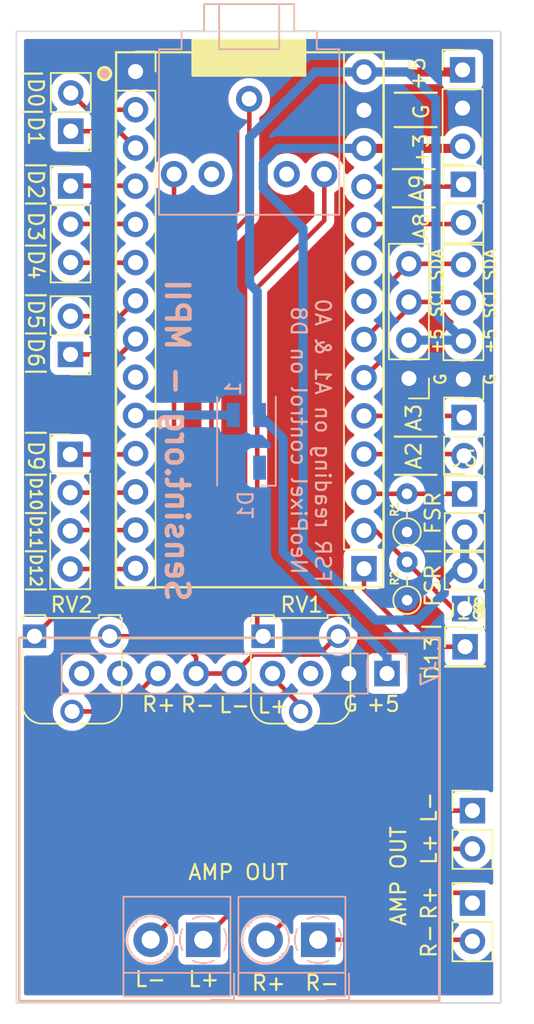
<source format=kicad_pcb>
(kicad_pcb (version 20211014) (generator pcbnew)
  (layers (0 "F.Cu" signal) (31 "B.Cu" signal) (34 "B.Paste" user) (35 "F.Paste" user) (36 "B.SilkS" user "B.Silkscreen") (37 "F.SilkS" user "F.Silkscreen") (38 "B.Mask" user) (39 "F.Mask" user) (44 "Edge.Cuts" user))
  (net 0 "")
  (net 1 "- L_Out")
  (net 2 "+ L_Out")
  (net 3 "+ R_Out")
  (net 4 "- R_Out")
  (net 5 "GND")
  (net 6 "INT")
  (net 7 "ADR")
  (net 8 "RST")
  (net 9 "D5")
  (net 11 "D9")
  (net 12 "+5V")
  (net 13 "+3V3")
  (net 14 "A1")
  (net 15 "A0")
  (net 16 "SDWN")
  (net 17 "L_in")
  (net 18 "GNDA")
  (net 19 "R_in")
  (net 20 "G'")
  (net 21 "G")
  (net 22 "Net-(J16-PadR)")
  (net 23 "Net-(J16-PadT)")
  (net 27 "D8")
  (net 28 "D0")
  (net 29 "D1")
  (net 30 "D6")
  (net 31 "D10")
  (net 32 "D11")
  (net 33 "D12")
  (net 34 "D13")
  (net 35 "A2")
  (net 36 "A3")
  (net 37 "SCL")
  (net 38 "SDA")
  (net 39 "A8")
  (net 40 "A9")
  (footprint "Resistor_THT:R_Axial_DIN0204_L3.6mm_D1.6mm_P2.54mm_Vertical" (layer "F.Cu") (at 181.92 71.62 90)
    (fp_text reference "R1" (at 1.516 -0.818 90) (layer "F.SilkS") (effects (font (size 0.5 0.5) (thickness 0.125))))
    (fp_text value "R")
    (fp_line (start 0.92 0) (end 1.54 0) (layer "F.SilkS") (width 0.12))
    (fp_circle (center 0 0) (end 0.92 0) (layer "F.SilkS") (width 0.12) (fill none))
    (pad "1" thru_hole circle (at 0 0 90) (size 1.4 1.4) (drill 0.7) (layers *.Cu *.Mask) (net 5 "GND"))
    (pad "2" thru_hole oval (at 2.54 0 90) (size 1.4 1.4) (drill 0.7) (layers *.Cu *.Mask) (net 14 "A1"))
  )
  (footprint "Connector_PinHeader_2.54mm:PinHeader_1x02_P2.54mm_Vertical" (layer "F.Cu") (at 186.278 90.141)
    (fp_text reference "J1" hide)
    (fp_text value "L_Out")
    (fp_line (start 1.33 1.27) (end 1.33 3.87) (layer "F.SilkS") (width 0.12))
    (fp_line (start -1.33 1.27) (end -1.33 3.87) (layer "F.SilkS") (width 0.12))
    (fp_line (start -1.33 0) (end -1.33 -1.33) (layer "F.SilkS") (width 0.12))
    (fp_line (start -1.33 -1.33) (end 0 -1.33) (layer "F.SilkS") (width 0.12))
    (fp_line (start -1.33 1.27) (end 1.33 1.27) (layer "F.SilkS") (width 0.12))
    (fp_line (start -1.33 3.87) (end 1.33 3.87) (layer "F.SilkS") (width 0.12))
    (pad "1" thru_hole rect (at 0 0) (size 1.7 1.7) (drill 1) (layers *.Cu *.Mask) (net 1 "- L_Out"))
    (pad "2" thru_hole oval (at 0 2.54) (size 1.7 1.7) (drill 1) (layers *.Cu *.Mask) (net 2 "+ L_Out"))
  )
  (footprint "Connector_PinHeader_2.54mm:PinHeader_1x02_P2.54mm_Vertical" (layer "F.Cu") (at 159.55 44.975 180)
    (fp_text reference "J13" hide)
    (fp_text value "Conn_01x02")
    (fp_line (start -1.33 1.27) (end -1.33 3.87) (layer "F.SilkS") (width 0.12))
    (fp_line (start 1.33 1.27) (end 1.33 3.87) (layer "F.SilkS") (width 0.12))
    (fp_line (start -1.33 0) (end -1.33 -1.33) (layer "F.SilkS") (width 0.12))
    (fp_line (start -1.33 3.87) (end 1.33 3.87) (layer "F.SilkS") (width 0.12))
    (fp_line (start -1.33 1.27) (end 1.33 1.27) (layer "F.SilkS") (width 0.12))
    (fp_line (start -1.33 -1.33) (end 0 -1.33) (layer "F.SilkS") (width 0.12))
    (pad "1" thru_hole rect (at 0 0 180) (size 1.7 1.7) (drill 1) (layers *.Cu *.Mask) (net 29 "D1"))
    (pad "2" thru_hole oval (at 0 2.54 180) (size 1.7 1.7) (drill 1) (layers *.Cu *.Mask) (net 28 "D0"))
  )
  (footprint "Connector_PinHeader_2.54mm:PinHeader_1x02_P2.54mm_Vertical" (layer "F.Cu") (at 185.674 48.514)
    (fp_text reference "J12" hide)
    (fp_text value "Conn_01x02")
    (fp_line (start -1.33 3.87) (end 1.33 3.87) (layer "F.SilkS") (width 0.12))
    (fp_line (start -1.33 -1.33) (end 0 -1.33) (layer "F.SilkS") (width 0.12))
    (fp_line (start 1.33 1.27) (end 1.33 3.87) (layer "F.SilkS") (width 0.12))
    (fp_line (start -1.33 0) (end -1.33 -1.33) (layer "F.SilkS") (width 0.12))
    (fp_line (start -1.33 1.27) (end 1.33 1.27) (layer "F.SilkS") (width 0.12))
    (fp_line (start -1.33 1.27) (end -1.33 3.87) (layer "F.SilkS") (width 0.12))
    (pad "1" thru_hole rect (at 0 0) (size 1.7 1.7) (drill 1) (layers *.Cu *.Mask) (net 40 "A9"))
    (pad "2" thru_hole oval (at 0 2.54) (size 1.7 1.7) (drill 1) (layers *.Cu *.Mask) (net 39 "A8"))
  )
  (footprint "Connector_PinHeader_2.54mm:PinHeader_1x04_P2.54mm_Vertical" (layer "F.Cu") (at 185.674 61.468 180)
    (fp_text reference "J14" hide)
    (fp_text value "I2C")
    (fp_line (start -1.33 1.27) (end 1.33 1.27) (layer "F.SilkS") (width 0.12))
    (fp_line (start 1.33 1.27) (end 1.33 8.95) (layer "F.SilkS") (width 0.12))
    (fp_line (start -1.33 0) (end -1.33 -1.33) (layer "F.SilkS") (width 0.12))
    (fp_line (start -1.33 1.27) (end -1.33 8.95) (layer "F.SilkS") (width 0.12))
    (fp_line (start -1.33 8.95) (end 1.33 8.95) (layer "F.SilkS") (width 0.12))
    (fp_line (start -1.33 -1.33) (end 0 -1.33) (layer "F.SilkS") (width 0.12))
    (pad "1" thru_hole rect (at 0 0 180) (size 1.7 1.7) (drill 1) (layers *.Cu *.Mask) (net 5 "GND"))
    (pad "2" thru_hole oval (at 0 2.54 180) (size 1.7 1.7) (drill 1) (layers *.Cu *.Mask) (net 12 "+5V"))
    (pad "3" thru_hole oval (at 0 5.08 180) (size 1.7 1.7) (drill 1) (layers *.Cu *.Mask) (net 37 "SCL"))
    (pad "4" thru_hole oval (at 0 7.62 180) (size 1.7 1.7) (drill 1) (layers *.Cu *.Mask) (net 38 "SDA"))
  )
  (footprint "Connector_PinHeader_2.54mm:PinHeader_1x04_P2.54mm_Vertical" (layer "F.Cu") (at 182.05 61.41 180)
    (fp_text reference "J15" hide)
    (fp_text value "I2C")
    (fp_line (start 1.33 1.27) (end 1.33 8.95) (layer "F.SilkS") (width 0.12))
    (fp_line (start -1.33 -1.33) (end 0 -1.33) (layer "F.SilkS") (width 0.12))
    (fp_line (start -1.33 0) (end -1.33 -1.33) (layer "F.SilkS") (width 0.12))
    (fp_line (start -1.33 8.95) (end 1.33 8.95) (layer "F.SilkS") (width 0.12))
    (fp_line (start -1.33 1.27) (end -1.33 8.95) (layer "F.SilkS") (width 0.12))
    (fp_line (start -1.33 1.27) (end 1.33 1.27) (layer "F.SilkS") (width 0.12))
    (pad "1" thru_hole rect (at 0 0 180) (size 1.7 1.7) (drill 1) (layers *.Cu *.Mask) (net 5 "GND"))
    (pad "2" thru_hole oval (at 0 2.54 180) (size 1.7 1.7) (drill 1) (layers *.Cu *.Mask) (net 12 "+5V"))
    (pad "3" thru_hole oval (at 0 5.08 180) (size 1.7 1.7) (drill 1) (layers *.Cu *.Mask) (net 37 "SCL"))
    (pad "4" thru_hole oval (at 0 7.62 180) (size 1.7 1.7) (drill 1) (layers *.Cu *.Mask) (net 38 "SDA"))
  )
  (footprint "Connector_PinHeader_2.54mm:PinHeader_1x03_P2.54mm_Vertical" (layer "F.Cu") (at 185.62 40.9)
    (fp_text reference "J10" hide)
    (fp_text value "Conn_01x03")
    (fp_line (start -1.33 0) (end -1.33 -1.33) (layer "F.SilkS") (width 0.12))
    (fp_line (start -1.33 1.27) (end -1.33 6.41) (layer "F.SilkS") (width 0.12))
    (fp_line (start -1.33 6.41) (end 1.33 6.41) (layer "F.SilkS") (width 0.12))
    (fp_line (start -1.33 1.27) (end 1.33 1.27) (layer "F.SilkS") (width 0.12))
    (fp_line (start 1.33 1.27) (end 1.33 6.41) (layer "F.SilkS") (width 0.12))
    (fp_line (start -1.33 -1.33) (end 0 -1.33) (layer "F.SilkS") (width 0.12))
    (pad "1" thru_hole rect (at 0 0) (size 1.7 1.7) (drill 1) (layers *.Cu *.Mask) (net 12 "+5V"))
    (pad "2" thru_hole oval (at 0 2.54) (size 1.7 1.7) (drill 1) (layers *.Cu *.Mask) (net 5 "GND"))
    (pad "3" thru_hole oval (at 0 5.08) (size 1.7 1.7) (drill 1) (layers *.Cu *.Mask) (net 13 "+3V3"))
  )
  (footprint "Connector_PinHeader_2.54mm:PinHeader_1x02_P2.54mm_Vertical" (layer "F.Cu") (at 159.53 59.815 180)
    (fp_text reference "J19" hide)
    (fp_text value "Conn_01x02")
    (fp_line (start -1.33 0) (end -1.33 -1.33) (layer "F.SilkS") (width 0.12))
    (fp_line (start -1.33 -1.33) (end 0 -1.33) (layer "F.SilkS") (width 0.12))
    (fp_line (start 1.33 1.27) (end 1.33 3.87) (layer "F.SilkS") (width 0.12))
    (fp_line (start -1.33 3.87) (end 1.33 3.87) (layer "F.SilkS") (width 0.12))
    (fp_line (start -1.33 1.27) (end 1.33 1.27) (layer "F.SilkS") (width 0.12))
    (fp_line (start -1.33 1.27) (end -1.33 3.87) (layer "F.SilkS") (width 0.12))
    (pad "1" thru_hole rect (at 0 0 180) (size 1.7 1.7) (drill 1) (layers *.Cu *.Mask) (net 30 "D6"))
    (pad "2" thru_hole oval (at 0 2.54 180) (size 1.7 1.7) (drill 1) (layers *.Cu *.Mask) (net 9 "D5"))
  )
  (footprint "Connector_PinHeader_2.54mm:PinHeader_1x02_P2.54mm_Vertical" (layer "F.Cu") (at 185.76 69.088)
    (fp_text reference "J6" (at 0 -2.33) (layer "F.SilkS"))
    (fp_text value "Sens_In_1")
    (fp_line (start -1.33 1.27) (end -1.33 3.87) (layer "F.SilkS") (width 0.12))
    (fp_line (start -1.33 1.27) (end 1.33 1.27) (layer "F.SilkS") (width 0.12))
    (fp_line (start -1.33 3.87) (end 1.33 3.87) (layer "F.SilkS") (width 0.12))
    (fp_line (start -1.33 0) (end -1.33 -1.33) (layer "F.SilkS") (width 0.12))
    (fp_line (start -1.33 -1.33) (end 0 -1.33) (layer "F.SilkS") (width 0.12))
    (fp_line (start 1.33 1.27) (end 1.33 3.87) (layer "F.SilkS") (width 0.12))
    (pad "1" thru_hole rect (at 0 0) (size 1.7 1.7) (drill 1) (layers *.Cu *.Mask) (net 14 "A1"))
    (pad "2" thru_hole oval (at 0 2.54) (size 1.7 1.7) (drill 1) (layers *.Cu *.Mask) (net 13 "+3V3"))
  )
  (footprint "Connector_PinHeader_2.54mm:PinHeader_1x02_P2.54mm_Vertical" (layer "F.Cu") (at 185.76 76.708 180)
    (fp_text reference "J9" (at -0.604 0.194) (layer "F.SilkS"))
    (fp_text value "Sens_In_2")
    (fp_line (start -1.33 1.27) (end 1.33 1.27) (layer "F.SilkS") (width 0.12))
    (fp_line (start -1.33 3.87) (end 1.33 3.87) (layer "F.SilkS") (width 0.12))
    (fp_line (start -1.33 0) (end -1.33 -1.33) (layer "F.SilkS") (width 0.12))
    (fp_line (start -1.33 -1.33) (end 0 -1.33) (layer "F.SilkS") (width 0.12))
    (fp_line (start -1.33 1.27) (end -1.33 3.87) (layer "F.SilkS") (width 0.12))
    (fp_line (start 1.33 1.27) (end 1.33 3.87) (layer "F.SilkS") (width 0.12))
    (pad "1" thru_hole rect (at 0 0 180) (size 1.7 1.7) (drill 1) (layers *.Cu *.Mask) (net 15 "A0"))
    (pad "2" thru_hole oval (at 0 2.54 180) (size 1.7 1.7) (drill 1) (layers *.Cu *.Mask) (net 13 "+3V3"))
  )
  (footprint "Connector_PinHeader_2.54mm:PinHeader_1x03_P2.54mm_Vertical" (layer "F.Cu") (at 159.54 48.62)
    (fp_text reference "J11" hide)
    (fp_text value "IMU_Ctrl")
    (fp_line (start -1.33 1.27) (end -1.33 6.41) (layer "F.SilkS") (width 0.12))
    (fp_line (start -1.33 6.41) (end 1.33 6.41) (layer "F.SilkS") (width 0.12))
    (fp_line (start 1.33 1.27) (end 1.33 6.41) (layer "F.SilkS") (width 0.12))
    (fp_line (start -1.33 0) (end -1.33 -1.33) (layer "F.SilkS") (width 0.12))
    (fp_line (start -1.33 1.27) (end 1.33 1.27) (layer "F.SilkS") (width 0.12))
    (fp_line (start -1.33 -1.33) (end 0 -1.33) (layer "F.SilkS") (width 0.12))
    (pad "1" thru_hole rect (at 0 0) (size 1.7 1.7) (drill 1) (layers *.Cu *.Mask) (net 6 "INT"))
    (pad "2" thru_hole oval (at 0 2.54) (size 1.7 1.7) (drill 1) (layers *.Cu *.Mask) (net 7 "ADR"))
    (pad "3" thru_hole oval (at 0 5.08) (size 1.7 1.7) (drill 1) (layers *.Cu *.Mask) (net 8 "RST"))
  )
  (footprint "Potentiometer_THT:Potentiometer_Runtron_RM-065_Vertical" (layer "F.Cu") (at 172.348 78.546)
    (fp_text reference "RV1" (at 2.5575 -2.09) (layer "F.SilkS"))
    (fp_text value "Gain-L")
    (fp_line (start 4.29 -1.41) (end 5.71 -1.41) (layer "F.SilkS") (width 0.12))
    (fp_line (start 1.99 5.81) (end 0.5 5.81) (layer "F.SilkS") (width 0.12))
    (fp_line (start -0.81 4.5) (end -0.81 0.96) (layer "F.SilkS") (width 0.12))
    (fp_line (start 5.71 -1.41) (end 5.71 -1.21) (layer "F.SilkS") (width 0.12))
    (fp_line (start -0.81 -1.21) (end -0.81 -0.96) (layer "F.SilkS") (width 0.12))
    (fp_line (start 5.81 0.52) (end 5.81 4.5) (layer "F.SilkS") (width 0.12))
    (fp_line (start 0.71 -1.21) (end 0.71 -1.41) (layer "F.SilkS") (width 0.12))
    (fp_line (start -0.71 -1.41) (end -0.71 -1.21) (layer "F.SilkS") (width 0.12))
    (fp_line (start 4.29 -1.21) (end 4.29 -1.41) (layer "F.SilkS") (width 0.12))
    (fp_line (start 4.5 5.81) (end 3.01 5.81) (layer "F.SilkS") (width 0.12))
    (fp_line (start -0.71 -1.41) (end 0.71 -1.41) (layer "F.SilkS") (width 0.12))
    (fp_line (start -0.71 -1.21) (end -0.81 -1.21) (layer "F.SilkS") (width 0.12))
    (fp_line (start 5.71 -1.21) (end 5.81 -1.21) (layer "F.SilkS") (width 0.12))
    (fp_line (start 5.81 -1.21) (end 5.81 -0.52) (layer "F.SilkS") (width 0.12))
    (fp_line (start 0.71 -1.21) (end 4.29 -1.21) (layer "F.SilkS") (width 0.12))
    (fp_arc (start 0.5 5.81) (mid -0.42631 5.42631) (end -0.81 4.5) (layer "F.SilkS") (width 0.12))
    (fp_arc (start 5.81 4.5) (mid 5.42631 5.42631) (end 4.5 5.81) (layer "F.SilkS") (width 0.12))
    (pad "1" thru_hole rect (at 0 0) (size 1.56 1.56) (drill 1) (layers *.Cu *.Mask) (net 23 "Net-(J16-PadT)"))
    (pad "2" thru_hole circle (at 2.5 5) (size 1.56 1.56) (drill 1) (layers *.Cu *.Mask) (net 17 "L_in"))
    (pad "3" thru_hole circle (at 5 0) (size 1.56 1.56) (drill 1) (layers *.Cu *.Mask) (net 18 "GNDA"))
  )
  (footprint "Connector_PinHeader_2.54mm:PinHeader_1x04_P2.54mm_Vertical" (layer "F.Cu") (at 159.512 66.46)
    (fp_text reference "J20" hide)
    (fp_text value "Conn_01x04")
    (fp_line (start -1.33 0) (end -1.33 -1.33) (layer "F.SilkS") (width 0.12))
    (fp_line (start -1.33 -1.33) (end 0 -1.33) (layer "F.SilkS") (width 0.12))
    (fp_line (start 1.33 1.27) (end 1.33 8.95) (layer "F.SilkS") (width 0.12))
    (fp_line (start -1.33 1.27) (end 1.33 1.27) (layer "F.SilkS") (width 0.12))
    (fp_line (start -1.33 8.95) (end 1.33 8.95) (layer "F.SilkS") (width 0.12))
    (fp_line (start -1.33 1.27) (end -1.33 8.95) (layer "F.SilkS") (width 0.12))
    (pad "1" thru_hole rect (at 0 0) (size 1.7 1.7) (drill 1) (layers *.Cu *.Mask) (net 11 "D9"))
    (pad "2" thru_hole oval (at 0 2.54) (size 1.7 1.7) (drill 1) (layers *.Cu *.Mask) (net 31 "D10"))
    (pad "3" thru_hole oval (at 0 5.08) (size 1.7 1.7) (drill 1) (layers *.Cu *.Mask) (net 32 "D11"))
    (pad "4" thru_hole oval (at 0 7.62) (size 1.7 1.7) (drill 1) (layers *.Cu *.Mask) (net 33 "D12"))
  )
  (footprint "Resistor_THT:R_Axial_DIN0204_L3.6mm_D1.6mm_P2.54mm_Vertical" (layer "F.Cu") (at 181.93 76.15 90)
    (fp_text reference "R2" (at 1.474 -0.828 90) (layer "F.SilkS") (effects (font (size 0.5 0.5) (thickness 0.125))))
    (fp_text value "R")
    (fp_line (start 0.92 0) (end 1.54 0) (layer "F.SilkS") (width 0.12))
    (fp_circle (center 0 0) (end 0.92 0) (layer "F.SilkS") (width 0.12) (fill none))
    (pad "1" thru_hole circle (at 0 0 90) (size 1.4 1.4) (drill 0.7) (layers *.Cu *.Mask) (net 5 "GND"))
    (pad "2" thru_hole oval (at 2.54 0 90) (size 1.4 1.4) (drill 0.7) (layers *.Cu *.Mask) (net 15 "A0"))
  )
  (footprint "Connector_PinHeader_2.54mm:PinHeader_1x02_P2.54mm_Vertical" (layer "F.Cu") (at 186.278 96.282)
    (fp_text reference "J2" hide)
    (fp_text value "R_Out")
    (fp_line (start -1.33 1.27) (end -1.33 3.87) (layer "F.SilkS") (width 0.12))
    (fp_line (start -1.33 1.27) (end 1.33 1.27) (layer "F.SilkS") (width 0.12))
    (fp_line (start -1.33 -1.33) (end 0 -1.33) (layer "F.SilkS") (width 0.12))
    (fp_line (start -1.33 3.87) (end 1.33 3.87) (layer "F.SilkS") (width 0.12))
    (fp_line (start -1.33 0) (end -1.33 -1.33) (layer "F.SilkS") (width 0.12))
    (fp_line (start 1.33 1.27) (end 1.33 3.87) (layer "F.SilkS") (width 0.12))
    (pad "1" thru_hole rect (at 0 0) (size 1.7 1.7) (drill 1) (layers *.Cu *.Mask) (net 3 "+ R_Out"))
    (pad "2" thru_hole oval (at 0 2.54) (size 1.7 1.7) (drill 1) (layers *.Cu *.Mask) (net 4 "- R_Out"))
  )
  (footprint "Connector_PinSocket_2.54mm:PinSocket_1x14_P2.54mm_Vertical" (layer "F.Cu") (at 179.06 74.06 180)
    (fp_text reference "J4" hide)
    (fp_text value "Conn_01x14")
    (fp_line (start 0 -1.33) (end 1.33 -1.33) (layer "F.SilkS") (width 0.12))
    (fp_line (start -1.33 1.27) (end 1.33 1.27) (layer "F.SilkS") (width 0.12))
    (fp_line (start -1.33 1.27) (end -1.33 34.35) (layer "F.SilkS") (width 0.12))
    (fp_line (start -1.33 34.35) (end 1.33 34.35) (layer "F.SilkS") (width 0.12))
    (fp_line (start 1.33 -1.33) (end 1.33 0) (layer "F.SilkS") (width 0.12))
    (fp_line (start 1.33 1.27) (end 1.33 34.35) (layer "F.SilkS") (width 0.12))
    (pad "1" thru_hole rect (at 0 0 180) (size 1.7 1.7) (drill 1) (layers *.Cu *.Mask) (net 34 "D13"))
    (pad "2" thru_hole oval (at 0 2.54 180) (size 1.7 1.7) (drill 1) (layers *.Cu *.Mask) (net 15 "A0"))
    (pad "3" thru_hole oval (at 0 5.08 180) (size 1.7 1.7) (drill 1) (layers *.Cu *.Mask) (net 14 "A1"))
    (pad "4" thru_hole oval (at 0 7.62 180) (size 1.7 1.7) (drill 1) (layers *.Cu *.Mask) (net 35 "A2"))
    (pad "5" thru_hole oval (at 0 10.16 180) (size 1.7 1.7) (drill 1) (layers *.Cu *.Mask) (net 36 "A3"))
    (pad "6" thru_hole oval (at 0 12.7 180) (size 1.7 1.7) (drill 1) (layers *.Cu *.Mask) (net 37 "SCL"))
    (pad "7" thru_hole oval (at 0 15.24 180) (size 1.7 1.7) (drill 1) (layers *.Cu *.Mask) (net 38 "SDA"))
    (pad "8" thru_hole oval (at 0 17.78 180) (size 1.7 1.7) (drill 1) (layers *.Cu *.Mask))
    (pad "9" thru_hole oval (at 0 20.32 180) (size 1.7 1.7) (drill 1) (layers *.Cu *.Mask))
    (pad "10" thru_hole oval (at 0 22.86 180) (size 1.7 1.7) (drill 1) (layers *.Cu *.Mask) (net 39 "A8"))
    (pad "11" thru_hole oval (at 0 25.4 180) (size 1.7 1.7) (drill 1) (layers *.Cu *.Mask) (net 40 "A9"))
    (pad "12" thru_hole oval (at 0 27.94 180) (size 1.7 1.7) (drill 1) (layers *.Cu *.Mask) (net 13 "+3V3"))
    (pad "13" thru_hole oval (at 0 30.48 180) (size 1.7 1.7) (drill 1) (layers *.Cu *.Mask) (net 5 "GND"))
    (pad "14" thru_hole oval (at 0 33.02 180) (size 1.7 1.7) (drill 1) (layers *.Cu *.Mask) (net 12 "+5V"))
  )
  (footprint "Connector_PinHeader_2.54mm:PinHeader_1x02_P2.54mm_Vertical" (layer "F.Cu") (at 185.72 64.008)
    (fp_text reference "J17" hide)
    (fp_text value "Conn_01x02")
    (fp_line (start -1.33 1.27) (end -1.33 3.87) (layer "F.SilkS") (width 0.12))
    (fp_line (start 1.33 1.27) (end 1.33 3.87) (layer "F.SilkS") (width 0.12))
    (fp_line (start -1.33 0) (end -1.33 -1.33) (layer "F.SilkS") (width 0.12))
    (fp_line (start -1.33 -1.33) (end 0 -1.33) (layer "F.SilkS") (width 0.12))
    (fp_line (start -1.33 3.87) (end 1.33 3.87) (layer "F.SilkS") (width 0.12))
    (fp_line (start -1.33 1.27) (end 1.33 1.27) (layer "F.SilkS") (width 0.12))
    (pad "1" thru_hole rect (at 0 0) (size 1.7 1.7) (drill 1) (layers *.Cu *.Mask) (net 36 "A3"))
    (pad "2" thru_hole oval (at 0 2.54) (size 1.7 1.7) (drill 1) (layers *.Cu *.Mask) (net 35 "A2"))
  )
  (footprint "Potentiometer_THT:Potentiometer_Runtron_RM-065_Vertical" (layer "F.Cu") (at 157.1365 78.546)
    (fp_text reference "RV2" (at 2.4675 -2.09) (layer "F.SilkS"))
    (fp_text value "Gain-R")
    (fp_line (start 0.71 -1.21) (end 4.29 -1.21) (layer "F.SilkS") (width 0.12))
    (fp_line (start -0.81 4.5) (end -0.81 0.96) (layer "F.SilkS") (width 0.12))
    (fp_line (start -0.81 -1.21) (end -0.81 -0.96) (layer "F.SilkS") (width 0.12))
    (fp_line (start 1.99 5.81) (end 0.5 5.81) (layer "F.SilkS") (width 0.12))
    (fp_line (start -0.71 -1.21) (end -0.81 -1.21) (layer "F.SilkS") (width 0.12))
    (fp_line (start 5.71 -1.41) (end 5.71 -1.21) (layer "F.SilkS") (width 0.12))
    (fp_line (start 4.5 5.81) (end 3.01 5.81) (layer "F.SilkS") (width 0.12))
    (fp_line (start 0.71 -1.21) (end 0.71 -1.41) (layer "F.SilkS") (width 0.12))
    (fp_line (start 5.81 0.52) (end 5.81 4.5) (layer "F.SilkS") (width 0.12))
    (fp_line (start 5.71 -1.21) (end 5.81 -1.21) (layer "F.SilkS") (width 0.12))
    (fp_line (start 4.29 -1.21) (end 4.29 -1.41) (layer "F.SilkS") (width 0.12))
    (fp_line (start 4.29 -1.41) (end 5.71 -1.41) (layer "F.SilkS") (width 0.12))
    (fp_line (start -0.71 -1.41) (end -0.71 -1.21) (layer "F.SilkS") (width 0.12))
    (fp_line (start -0.71 -1.41) (end 0.71 -1.41) (layer "F.SilkS") (width 0.12))
    (fp_line (start 5.81 -1.21) (end 5.81 -0.52) (layer "F.SilkS") (width 0.12))
    (fp_arc (start 0.5 5.81) (mid -0.42631 5.42631) (end -0.81 4.5) (layer "F.SilkS") (width 0.12))
    (fp_arc (start 5.81 4.5) (mid 5.42631 5.42631) (end 4.5 5.81) (layer "F.SilkS") (width 0.12))
    (pad "1" thru_hole rect (at 0 0) (size 1.56 1.56) (drill 1) (layers *.Cu *.Mask) (net 22 "Net-(J16-PadR)"))
    (pad "2" thru_hole circle (at 2.5 5) (size 1.56 1.56) (drill 1) (layers *.Cu *.Mask) (net 19 "R_in"))
    (pad "3" thru_hole circle (at 5 0) (size 1.56 1.56) (drill 1) (layers *.Cu *.Mask) (net 18 "GNDA"))
  )
  (footprint "Connector_PinSocket_2.54mm:PinSocket_1x14_P2.54mm_Vertical" (layer "F.Cu") (at 163.86 41.01)
    (fp_text reference "J3" hide)
    (fp_text value "Conn_01x14")
    (fp_line (start -1.33 34.35) (end 1.33 34.35) (layer "F.SilkS") (width 0.12))
    (fp_line (start -1.33 1.27) (end 1.33 1.27) (layer "F.SilkS") (width 0.12))
    (fp_line (start 0 -1.33) (end 1.33 -1.33) (layer "F.SilkS") (width 0.12))
    (fp_line (start 1.33 -1.33) (end 1.33 0) (layer "F.SilkS") (width 0.12))
    (fp_line (start 1.33 1.27) (end 1.33 34.35) (layer "F.SilkS") (width 0.12))
    (fp_line (start -1.33 1.27) (end -1.33 34.35) (layer "F.SilkS") (width 0.12))
    (pad "1" thru_hole rect (at 0 0) (size 1.7 1.7) (drill 1) (layers *.Cu *.Mask) (net 5 "GND"))
    (pad "2" thru_hole oval (at 0 2.54) (size 1.7 1.7) (drill 1) (layers *.Cu *.Mask) (net 28 "D0"))
    (pad "3" thru_hole oval (at 0 5.08) (size 1.7 1.7) (drill 1) (layers *.Cu *.Mask) (net 29 "D1"))
    (pad "4" thru_hole oval (at 0 7.62) (size 1.7 1.7) (drill 1) (layers *.Cu *.Mask) (net 6 "INT"))
    (pad "5" thru_hole oval (at 0 10.16) (size 1.7 1.7) (drill 1) (layers *.Cu *.Mask) (net 7 "ADR"))
    (pad "6" thru_hole oval (at 0 12.7) (size 1.7 1.7) (drill 1) (layers *.Cu *.Mask) (net 8 "RST"))
    (pad "7" thru_hole oval (at 0 15.24) (size 1.7 1.7) (drill 1) (layers *.Cu *.Mask) (net 9 "D5"))
    (pad "8" thru_hole oval (at 0 17.78) (size 1.7 1.7) (drill 1) (layers *.Cu *.Mask) (net 30 "D6"))
    (pad "9" thru_hole oval (at 0 20.32) (size 1.7 1.7) (drill 1) (layers *.Cu *.Mask))
    (pad "10" thru_hole oval (at 0 22.86) (size 1.7 1.7) (drill 1) (layers *.Cu *.Mask) (net 27 "D8"))
    (pad "11" thru_hole oval (at 0 25.4) (size 1.7 1.7) (drill 1) (layers *.Cu *.Mask) (net 11 "D9"))
    (pad "12" thru_hole oval (at 0 27.94) (size 1.7 1.7) (drill 1) (layers *.Cu *.Mask) (net 31 "D10"))
    (pad "13" thru_hole oval (at 0 30.48) (size 1.7 1.7) (drill 1) (layers *.Cu *.Mask) (net 32 "D11"))
    (pad "14" thru_hole oval (at 0 33.02) (size 1.7 1.7) (drill 1) (layers *.Cu *.Mask) (net 33 "D12"))
  )
  (footprint "Connector_PinHeader_2.54mm:PinHeader_1x01_P2.54mm_Vertical" (layer "F.Cu") (at 185.79 79.248)
    (fp_text reference "J18" (at 0 -2.33) (layer "F.SilkS"))
    (fp_text value "Conn_01x01")
    (fp_line (start -1.33 1.33) (end 1.33 1.33) (layer "F.SilkS") (width 0.12))
    (fp_line (start -1.33 1.27) (end -1.33 1.33) (layer "F.SilkS") (width 0.12))
    (fp_line (start -1.33 -1.33) (end 0 -1.33) (layer "F.SilkS") (width 0.12))
    (fp_line (start -1.33 1.27) (end 1.33 1.27) (layer "F.SilkS") (width 0.12))
    (fp_line (start -1.33 0) (end -1.33 -1.33) (layer "F.SilkS") (width 0.12))
    (fp_line (start 1.33 1.27) (end 1.33 1.33) (layer "F.SilkS") (width 0.12))
    (pad "1" thru_hole rect (at 0 0) (size 1.7 1.7) (drill 1) (layers *.Cu *.Mask) (net 34 "D13"))
  )
  (footprint "LED_SMD:LED_SK6812MINI_PLCC4_3.5x3.5mm_P1.75mm" (layer "B.Cu") (at 171.24 65.59 -90)
    (fp_text reference "D1" (at 4.26 0.044 90) (layer "B.SilkS") (effects (justify mirror)))
    (fp_text value "SK6812MINI")
    (fp_text user "1" (at -3.5 0.875 90) (layer "B.SilkS") (effects (justify mirror)))
    (fp_line (start -2.95 1.95) (end 2.95 1.95) (layer "B.SilkS") (width 0.12))
    (fp_line (start -2.95 -1.95) (end 2.95 -1.95) (layer "B.SilkS") (width 0.12))
    (fp_line (start 2.95 -1.95) (end 2.95 -0.875) (layer "B.SilkS") (width 0.12))
    (pad "1" smd rect (at -1.75 0.875 270) (size 1.6 0.85) (layers "B.Cu" "B.Paste" "B.Mask") (net 27 "D8"))
    (pad "2" smd rect (at -1.75 -0.875 270) (size 1.6 0.85) (layers "B.Cu" "B.Paste" "B.Mask") (net 12 "+5V"))
    (pad "3" smd rect (at 1.75 -0.875 270) (size 1.6 0.85) (layers "B.Cu" "B.Paste" "B.Mask"))
    (pad "4" smd rect (at 1.75 0.875 270) (size 1.6 0.85) (layers "B.Cu" "B.Paste" "B.Mask") (net 5 "GND"))
  )
  (footprint "UserLibrary:Jack_3.5mm_CUI_SJ1-3525N_Horizontal" (layer "B.Cu") (at 171.42 42.83)
    (fp_text reference "J16" hide)
    (fp_text value "AudioJack3")
    (fp_line (start -2 -3.3) (end -2 -6.3) (layer "B.SilkS") (width 0.12))
    (fp_line (start 2 -3.3) (end -2 -3.3) (layer "B.SilkS") (width 0.12))
    (fp_line (start -3 -6.3) (end -3 -4.5) (layer "B.SilkS") (width 0.12))
    (fp_line (start 6 7.7) (end 6 -3.3) (layer "B.SilkS") (width 0.12))
    (fp_line (start 3 -4.5) (end 3 -6.3) (layer "B.SilkS") (width 0.12))
    (fp_line (start -6 7.7) (end 6 7.7) (layer "B.SilkS") (width 0.12))
    (fp_line (start -6 -3.3) (end -6 7.7) (layer "B.SilkS") (width 0.12))
    (fp_line (start -4.5 -3.3) (end -6 -3.3) (layer "B.SilkS") (width 0.12))
    (fp_line (start 2 -6.3) (end 2 -3.3) (layer "B.SilkS") (width 0.12))
    (fp_line (start 6 -3.3) (end 4.5 -3.3) (layer "B.SilkS") (width 0.12))
    (fp_line (start -4.5 -4.5) (end -4.5 -3.3) (layer "B.SilkS") (width 0.12))
    (fp_line (start 4.5 -4.5) (end 3 -4.5) (layer "B.SilkS") (width 0.12))
    (fp_line (start 4.5 -3.3) (end 4.5 -4.5) (layer "B.SilkS") (width 0.12))
    (fp_line (start -3 -4.5) (end -4.5 -4.5) (layer "B.SilkS") (width 0.12))
    (fp_line (start 3 -6.3) (end -3 -6.3) (layer "B.SilkS") (width 0.12))
    (pad "R" thru_hole circle (at -5 5) (size 1.75 1.75) (drill 1) (layers *.Cu *.Mask) (net 22 "Net-(J16-PadR)"))
    (pad "RN" thru_hole circle (at -2.5 5) (size 1.75 1.75) (drill 1) (layers *.Cu *.Mask))
    (pad "S" thru_hole circle (at 0 0) (size 1.75 1.75) (drill 1) (layers *.Cu *.Mask) (net 18 "GNDA"))
    (pad "T" thru_hole circle (at 5 5 180) (size 1.75 1.75) (drill 1) (layers *.Cu *.Mask) (net 23 "Net-(J16-PadT)"))
    (pad "TN" thru_hole circle (at 2.5 5 180) (size 1.75 1.75) (drill 1) (layers *.Cu *.Mask))
  )
  (footprint "Connector_PinSocket_2.54mm:PinSocket_1x09_P2.54mm_Vertical" (layer "B.Cu") (at 180.594 81.026 90)
    (fp_text reference "J7" (at 0 2.77 90) (layer "B.SilkS") (effects (justify mirror)))
    (fp_text value "MAX_Conn_In")
    (fp_line (start -1.33 -21.65) (end 1.33 -21.65) (layer "B.SilkS") (width 0.12))
    (fp_line (start -1.33 -1.27) (end 1.33 -1.27) (layer "B.SilkS") (width 0.12))
    (fp_line (start 1.33 1.33) (end 1.33 0) (layer "B.SilkS") (width 0.12))
    (fp_line (start -1.33 -1.27) (end -1.33 -21.65) (layer "B.SilkS") (width 0.12))
    (fp_line (start 1.33 -1.27) (end 1.33 -21.65) (layer "B.SilkS") (width 0.12))
    (fp_line (start 0 1.33) (end 1.33 1.33) (layer "B.SilkS") (width 0.12))
    (pad "1" thru_hole rect (at 0 0 90) (size 1.7 1.7) (drill 1) (layers *.Cu *.Mask) (net 12 "+5V"))
    (pad "2" thru_hole oval (at 0 -2.54 90) (size 1.7 1.7) (drill 1) (layers *.Cu *.Mask) (net 5 "GND"))
    (pad "3" thru_hole oval (at 0 -5.08 90) (size 1.7 1.7) (drill 1) (layers *.Cu *.Mask) (net 16 "SDWN"))
    (pad "4" thru_hole oval (at 0 -7.62 90) (size 1.7 1.7) (drill 1) (layers *.Cu *.Mask) (net 17 "L_in"))
    (pad "5" thru_hole oval (at 0 -10.16 90) (size 1.7 1.7) (drill 1) (layers *.Cu *.Mask) (net 18 "GNDA"))
    (pad "6" thru_hole oval (at 0 -12.7 90) (size 1.7 1.7) (drill 1) (layers *.Cu *.Mask) (net 18 "GNDA"))
    (pad "7" thru_hole oval (at 0 -15.24 90) (size 1.7 1.7) (drill 1) (layers *.Cu *.Mask) (net 19 "R_in"))
    (pad "8" thru_hole oval (at 0 -17.78 90) (size 1.7 1.7) (drill 1) (layers *.Cu *.Mask) (net 20 "G'"))
    (pad "9" thru_hole oval (at 0 -20.32 90) (size 1.7 1.7) (drill 1) (layers *.Cu *.Mask) (net 21 "G"))
  )
  (footprint "TerminalBlock_MetzConnect:TerminalBlock_MetzConnect_Type059_RT06302HBWC_1x02_P3.50mm_Horizontal" (layer "B.Cu") (at 168.364 98.721 180)
    (fp_text reference "J5" hide)
    (fp_text value "Max_Out_L")
    (fp_line (start -1.81 -3.76) (end 5.31 -3.76) (layer "B.SilkS") (width 0.12))
    (fp_line (start -1.81 2.86) (end 5.31 2.86) (layer "B.SilkS") (width 0.12))
    (fp_line (start 4.49 1.18) (end 4.436 1.126) (layer "B.SilkS") (width 0.12))
    (fp_line (start 4.68 0.99) (end 4.604 0.914) (layer "B.SilkS") (width 0.12))
    (fp_line (start -1.81 2.86) (end -1.81 -3.76) (layer "B.SilkS") (width 0.12))
    (fp_line (start -2.05 -4) (end -0.55 -4) (layer "B.SilkS") (width 0.12))
    (fp_line (start -1.81 -2.2) (end 5.31 -2.2) (layer "B.SilkS") (width 0.12))
    (fp_line (start 5.31 2.86) (end 5.31 -3.76) (layer "B.SilkS") (width 0.12))
    (fp_line (start 2.565 -1.125) (end 2.511 -1.18) (layer "B.SilkS") (width 0.12))
    (fp_line (start -2.05 -2.26) (end -2.05 -4) (layer "B.SilkS") (width 0.12))
    (fp_line (start 2.397 -0.914) (end 2.321 -0.99) (layer "B.SilkS") (width 0.12))
    (fp_arc (start 0.707 1.386) (mid 0.000711 1.555906) (end -0.705733 1.386645) (layer "B.SilkS") (width 0.12))
    (fp_arc (start -0.707 -1.386) (mid -0.350695 -1.515869) (end 0.026444 -1.555682) (layer "B.SilkS") (width 0.12))
    (fp_arc (start 0 -1.555) (mid 0.363007 -1.512035) (end 0.705955 -1.385515) (layer "B.SilkS") (width 0.12))
    (fp_arc (start 1.386 -0.707) (mid 1.555906 -0.000711) (end 1.386645 0.705733) (layer "B.SilkS") (width 0.12))
    (fp_arc (start -1.386 0.707) (mid -1.555906 0.000711) (end -1.386645 -0.705733) (layer "B.SilkS") (width 0.12))
    (fp_circle (center 3.5 0) (end 5.055 0) (layer "B.SilkS") (width 0.12) (fill none))
    (pad "1" thru_hole rect (at 0 0 180) (size 2.3 2.3) (drill 1.2) (layers *.Cu *.Mask) (net 2 "+ L_Out"))
    (pad "2" thru_hole circle (at 3.5 0 180) (size 2.3 2.3) (drill 1.2) (layers *.Cu *.Mask) (net 1 "- L_Out"))
  )
  (footprint "TerminalBlock_MetzConnect:TerminalBlock_MetzConnect_Type059_RT06302HBWC_1x02_P3.50mm_Horizontal" (layer "B.Cu") (at 176.014 98.721 180)
    (fp_text reference "J8" hide)
    (fp_text value "Max_Out_R")
    (fp_line (start 4.68 0.99) (end 4.604 0.914) (layer "B.SilkS") (width 0.12))
    (fp_line (start -1.81 -2.2) (end 5.31 -2.2) (layer "B.SilkS") (width 0.12))
    (fp_line (start 2.565 -1.125) (end 2.511 -1.18) (layer "B.SilkS") (width 0.12))
    (fp_line (start -1.81 -3.76) (end 5.31 -3.76) (layer "B.SilkS") (width 0.12))
    (fp_line (start 5.31 2.86) (end 5.31 -3.76) (layer "B.SilkS") (width 0.12))
    (fp_line (start -1.81 2.86) (end -1.81 -3.76) (layer "B.SilkS") (width 0.12))
    (fp_line (start 4.49 1.18) (end 4.436 1.126) (layer "B.SilkS") (width 0.12))
    (fp_line (start -2.05 -4) (end -0.55 -4) (layer "B.SilkS") (width 0.12))
    (fp_line (start -1.81 2.86) (end 5.31 2.86) (layer "B.SilkS") (width 0.12))
    (fp_line (start 2.397 -0.914) (end 2.321 -0.99) (layer "B.SilkS") (width 0.12))
    (fp_line (start -2.05 -2.26) (end -2.05 -4) (layer "B.SilkS") (width 0.12))
    (fp_arc (start 0 -1.555) (mid 0.363007 -1.512035) (end 0.705955 -1.385515) (layer "B.SilkS") (width 0.12))
    (fp_arc (start -1.386 0.707) (mid -1.555906 0.000711) (end -1.386645 -0.705733) (layer "B.SilkS") (width 0.12))
    (fp_arc (start -0.707 -1.386) (mid -0.350695 -1.515869) (end 0.026444 -1.555682) (layer "B.SilkS") (width 0.12))
    (fp_arc (start 1.386 -0.707) (mid 1.555906 -0.000711) (end 1.386645 0.705733) (layer "B.SilkS") (width 0.12))
    (fp_arc (start 0.707 1.386) (mid 0.000711 1.555906) (end -0.705733 1.386645) (layer "B.SilkS") (width 0.12))
    (fp_circle (center 3.5 0) (end 5.055 0) (layer "B.SilkS") (width 0.12) (fill none))
    (pad "1" thru_hole rect (at 0 0 180) (size 2.3 2.3) (drill 1.2) (layers *.Cu *.Mask) (net 4 "- R_Out"))
    (pad "2" thru_hole circle (at 3.5 0 180) (size 2.3 2.3) (drill 1.2) (layers *.Cu *.Mask) (net 3 "+ R_Out"))
  )
  (gr_rect (start 156.114 102.791) (end 184.064 78.641) (layer "B.SilkS") (width 0.15) (fill none))
  (gr_circle (center 161.798 41.148) (end 162.048 41.138) (layer "B.SilkS") (width 0.15) (fill solid))
  (gr_line (start 183.134 72.898) (end 184.15 72.898) (layer "F.SilkS") (width 0.15))
  (gr_line (start 156.55925 75.438) (end 157.89275 75.438) (layer "F.SilkS") (width 0.15))
  (gr_line (start 156.30525 41.148) (end 157.63875 41.148) (layer "F.SilkS") (width 0.15))
  (gr_line (start 156.30525 43.688) (end 157.63875 43.688) (layer "F.SilkS") (width 0.15))
  (gr_line (start 156.55925 60.96) (end 157.89275 60.96) (layer "F.SilkS") (width 0.15))
  (gr_line (start 156.55925 47.244) (end 157.89275 47.244) (layer "F.SilkS") (width 0.15))
  (gr_circle (center 161.798 41.148) (end 162.234578 41.148) (layer "F.SilkS") (width 0.15) (fill solid))
  (gr_line (start 181.102 67.818) (end 183.896 67.818) (layer "F.SilkS") (width 0.15))
  (gr_line (start 181.102 44.704) (end 183.896 44.704) (layer "F.SilkS") (width 0.15))
  (gr_line (start 180.975 50.038) (end 183.769 50.038) (layer "F.SilkS") (width 0.15))
  (gr_rect (start 156.144 102.821) (end 184.094 78.671) (layer "F.SilkS") (width 0.15) (fill none))
  (gr_line (start 156.55925 49.784) (end 157.89275 49.784) (layer "F.SilkS") (width 0.15))
  (gr_line (start 156.55925 67.818) (end 157.89275 67.818) (layer "F.SilkS") (width 0.15))
  (gr_line (start 156.55925 55.88) (end 157.89275 55.88) (layer "F.SilkS") (width 0.15))
  (gr_line (start 156.55925 58.42) (end 157.89275 58.42) (layer "F.SilkS") (width 0.15))
  (gr_line (start 156.55925 65.024) (end 157.89275 65.024) (layer "F.SilkS") (width 0.15))
  (gr_line (start 156.55925 70.358) (end 157.89275 70.358) (layer "F.SilkS") (width 0.15))
  (gr_line (start 156.55925 52.578) (end 157.89275 52.578) (layer "F.SilkS") (width 0.15))
  (gr_line (start 180.975 47.498) (end 183.769 47.498) (layer "F.SilkS") (width 0.15))
  (gr_rect (start 167.65 38.9) (end 175.15 41.28) (layer "F.SilkS") (width 0.15) (fill solid))
  (gr_line (start 181.102 65.278) (end 183.896 65.278) (layer "F.SilkS") (width 0.15))
  (gr_rect (start 162.565 39.73) (end 180.355 75.29) (layer "F.SilkS") (width 0.15) (fill none))
  (gr_line (start 156.55925 72.898) (end 157.89275 72.898) (layer "F.SilkS") (width 0.15))
  (gr_line (start 182.9435 77.918) (end 184.15 77.918) (layer "F.SilkS") (width 0.15))
  (gr_line (start 181.102 42.418) (end 183.896 42.418) (layer "F.SilkS") (width 0.15))
  (gr_rect (start 155.934 102.926) (end 188.164 38.342) (layer "Edge.Cuts") (width 0.1) (fill none))
  (gr_text "Sensint.org - MPII" (at 166.624 65.532 270) (layer "B.SilkS") (effects (font (size 1.5 1.5) (thickness 0.3)) (justify mirror)))
  (gr_text "FSR reading on A1 & A0\nNeoPixel control on D8" (at 175.514 65.532 -90) (layer "B.SilkS") (effects (font (size 1 1)) (justify mirror)))
  (gr_text "AMP OUT" (at 170.688 94.234) (layer "F.SilkS") (effects (font (size 1 1))))
  (gr_text "L+" (at 168.402 101.346) (layer "F.SilkS") (effects (font (size 1 1))))
  (gr_text "G" (at 184.15 61.468 90) (layer "F.SilkS") (effects (font (size 0.75 0.75))))
  (gr_text "R-" (at 176.276 101.6) (layer "F.SilkS") (effects (font (size 1 1))))
  (gr_text "A3\n" (at 182.372 64.008 90) (layer "F.SilkS") (effects (font (size 1 1))))
  (gr_text "L+" (at 183.388 92.71 90) (layer "F.SilkS") (effects (font (size 1 1))))
  (gr_text "D9" (at 157.226 66.548 270) (layer "F.SilkS") (effects (font (size 1 1))))
  (gr_text "D6" (at 157.226 59.69 270) (layer "F.SilkS") (effects (font (size 1 1))))
  (gr_text "G" (at 178.158 83.046) (layer "F.SilkS") (effects (font (size 1 1))))
  (gr_text "AMP OUT" (at 181.356 94.488 90) (layer "F.SilkS") (effects (font (size 1 1))))
  (gr_text "A2\n" (at 182.372 66.548 90) (layer "F.SilkS") (effects (font (size 1 1))))
  (gr_text "D4" (at 157.226 53.848 270) (layer "F.SilkS") (effects (font (size 1 1))))
  (gr_text "SDA" (at 183.896 53.848 90) (layer "F.SilkS") (effects (font (size 0.75 0.75))))
  (gr_text "D12" (at 157.226 74.168 270) (layer "F.SilkS") (effects (font (size 0.75 0.75))))
  (gr_text "R+\n" (at 165.414 83.076) (layer "F.SilkS") (effects (font (size 1 1))))
  (gr_text "L-" (at 183.388 89.916 90) (layer "F.SilkS") (effects (font (size 1 1))))
  (gr_text "D11" (at 157.226 71.628 270) (layer "F.SilkS") (effects (font (size 0.75 0.75))))
  (gr_text "R-" (at 167.994 83.096) (layer "F.SilkS") (effects (font (size 1 1))))
  (gr_text "L+" (at 173.014 83.166) (layer "F.SilkS") (effects (font (size 1 1))))
  (gr_text "L-" (at 170.444 83.136) (layer "F.SilkS") (effects (font (size 1 1))))
  (gr_text "G" (at 187.452 61.468 90) (layer "F.SilkS") (effects (font (size 0.75 0.75))))
  (gr_text "D1\n" (at 157.226 44.958 270) (layer "F.SilkS") (effects (font (size 1 1))))
  (gr_text "D3" (at 157.226 51.308 270) (layer "F.SilkS") (effects (font (size 1 1))))
  (gr_text "D2" (at 157.226 48.514 270) (layer "F.SilkS") (effects (font (size 1 1))))
  (gr_text "+5" (at 182.626 41.148 90) (layer "F.SilkS") (effects (font (size 1 1))))
  (gr_text "SCL\n" (at 187.452 56.388 90) (layer "F.SilkS") (effects (font (size 0.75 0.75))))
  (gr_text "+3" (at 182.88 46.228 90) (layer "F.SilkS") (effects (font (size 1 1))))
  (gr_text "+5" (at 183.896 58.928 90) (layer "F.SilkS") (effects (font (size 0.75 0.75))))
  (gr_text "D13" (at 183.642 80.01 90) (layer "F.SilkS") (effects (font (size 1 1))))
  (gr_text "D10" (at 157.226 69.088 270) (layer "F.SilkS") (effects (font (size 0.75 0.75))))
  (gr_text "D5" (at 157.226 57.15 270) (layer "F.SilkS") (effects (font (size 1 1))))
  (gr_text "SCL\n" (at 183.896 56.3 90) (layer "F.SilkS") (effects (font (size 0.75 0.75))))
  (gr_text "+5" (at 180.34 83.058) (layer "F.SilkS") (effects (font (size 1 1))))
  (gr_text "D0" (at 157.226 42.418 270) (layer "F.SilkS") (effects (font (size 1 1))))
  (gr_text "A9\n" (at 182.626 48.768 90) (layer "F.SilkS") (effects (font (size 1 1))))
  (gr_text "R+" (at 172.72 101.6) (layer "F.SilkS") (effects (font (size 1 1))))
  (gr_text "L-" (at 164.846 101.346) (layer "F.SilkS") (effects (font (size 1 1))))
  (gr_text "R+" (at 183.388 96.266 90) (layer "F.SilkS") (effects (font (size 1 1))))
  (gr_text "A8\n" (at 182.88 51.308 90) (layer "F.SilkS") (effects (font (size 1 1))))
  (gr_text "R-" (at 183.388 98.806 90) (layer "F.SilkS") (effects (font (size 1 1))))
  (gr_text "SDA" (at 187.452 53.848 90) (layer "F.SilkS") (effects (font (size 0.75 0.75))))
  (gr_text "FSR" (at 183.642 75.184 90) (layer "F.SilkS") (effects (font (size 1 1))))
  (gr_text "G" (at 182.88 43.688 90) (layer "F.SilkS") (effects (font (size 1 1))))
  (gr_text "+5" (at 187.452 58.928 90) (layer "F.SilkS") (effects (font (size 0.75 0.75))))
  (gr_text "FSR" (at 183.642 70.358 90) (layer "F.SilkS") (effects (font (size 1 1))))
  (segment (start 173.444 90.141) (end 186.449 90.141) (width 0.304) (layer "F.Cu") (net 1))
  (segment (start 164.864 98.721) (end 173.444 90.141) (width 0.304) (layer "F.Cu") (net 1))
  (segment (start 174.404 92.681) (end 186.449 92.681) (width 0.304) (layer "F.Cu") (net 2))
  (segment (start 168.364 98.721) (end 174.404 92.681) (width 0.304) (layer "F.Cu") (net 2))
  (segment (start 168.364 98.721) (end 168.479 98.721) (width 0.304) (layer "B.Cu") (net 2))
  (segment (start 175.63252 95.60248) (end 185.84048 95.60248) (width 0.304) (layer "F.Cu") (net 3))
  (segment (start 172.514 98.721) (end 175.63252 95.60248) (width 0.304) (layer "F.Cu") (net 3))
  (segment (start 172.514 98.721) (end 172.514 98.646) (width 0.304) (layer "F.Cu") (net 3))
  (segment (start 185.84048 95.60248) (end 186.459 96.221) (width 0.304) (layer "F.Cu") (net 3))
  (segment (start 176.014 98.721) (end 186.419 98.721) (width 0.304) (layer "F.Cu") (net 4))
  (segment (start 186.419 98.721) (end 186.459 98.761) (width 0.304) (layer "F.Cu") (net 4))
  (segment (start 159.24 48.6) (end 163.76 48.6) (width 0.304) (layer "F.Cu") (net 6))
  (segment (start 163.76 48.6) (end 163.8 48.64) (width 0.304) (layer "F.Cu") (net 6))
  (segment (start 163.76 51.14) (end 163.8 51.18) (width 0.304) (layer "F.Cu") (net 7))
  (segment (start 159.24 51.14) (end 163.76 51.14) (width 0.304) (layer "F.Cu") (net 7))
  (segment (start 163.8 53.72) (end 159.28 53.72) (width 0.304) (layer "F.Cu") (net 8))
  (segment (start 159.28 53.72) (end 159.24 53.68) (width 0.304) (layer "F.Cu") (net 8))
  (segment (start 162.835 57.275) (end 163.86 56.25) (width 0.304) (layer "F.Cu") (net 9))
  (segment (start 159.53 57.275) (end 162.835 57.275) (width 0.304) (layer "F.Cu") (net 9))
  (segment (start 159.42 66.46) (end 163.81 66.46) (width 0.304) (layer "F.Cu") (net 11))
  (segment (start 163.81 66.46) (end 163.86 66.41) (width 0.304) (layer "F.Cu") (net 11))
  (segment (start 179.105 41.04) (end 181.97 41.04) (width 0.608) (layer "F.Cu") (net 12))
  (segment (start 184.795 41.04) (end 184.85 41.095) (width 0.608) (layer "F.Cu") (net 12))
  (segment (start 181.97 41.04) (end 184.795 41.04) (width 0.608) (layer "F.Cu") (net 12))
  (segment (start 181.6 41.04) (end 181.97 41.04) (width 0.608) (layer "F.Cu") (net 12))
  (segment (start 173.68 72.95242) (end 180.594 79.86642) (width 0.608) (layer "B.Cu") (net 12))
  (segment (start 182.05 58.87) (end 182.055 58.865) (width 0.608) (layer "B.Cu") (net 12))
  (segment (start 183.85 57.065) (end 185.65 58.865) (width 0.608) (layer "B.Cu") (net 12))
  (segment (start 171.45 45.39) (end 171.45 55.118) (width 0.608) (layer "B.Cu") (net 12))
  (segment (start 173.68 65.405) (end 173.68 72.95242) (width 0.608) (layer "B.Cu") (net 12))
  (segment (start 171.45 55.118) (end 171.958 55.626) (width 0.608) (layer "B.Cu") (net 12))
  (segment (start 180.594 79.86642) (end 180.594 81.026) (width 0.608) (layer "B.Cu") (net 12))
  (segment (start 183.85 42.89) (end 183.85 57.065) (width 0.608) (layer "B.Cu") (net 12))
  (segment (start 179.105 41.04) (end 175.8 41.04) (width 0.608) (layer "B.Cu") (net 12))
  (segment (start 182.055 58.865) (end 185.65 58.865) (width 0.608) (layer "B.Cu") (net 12))
  (segment (start 182 41.04) (end 183.85 42.89) (width 0.608) (layer "B.Cu") (net 12))
  (segment (start 175.8 41.04) (end 171.45 45.39) (width 0.608) (layer "B.Cu") (net 12))
  (segment (start 171.958 63.683) (end 172.115 63.84) (width 0.608) (layer "B.Cu") (net 12))
  (segment (start 179.06 41.04) (end 182 41.04) (width 0.608) (layer "B.Cu") (net 12))
  (segment (start 171.958 55.626) (end 171.958 63.683) (width 0.608) (layer "B.Cu") (net 12))
  (segment (start 172.115 63.84) (end 173.68 65.405) (width 0.608) (layer "B.Cu") (net 12))
  (segment (start 185.48 46.12) (end 185.62 45.98) (width 0.608) (layer "F.Cu") (net 13))
  (segment (start 179.06 46.12) (end 185.48 46.12) (width 0.608) (layer "F.Cu") (net 13))
  (segment (start 185.76 73.574) (end 185.76 71.76) (width 0.608) (layer "B.Cu") (net 13))
  (segment (start 172.36 48.789) (end 175.006 51.435) (width 0.608) (layer "B.Cu") (net 13))
  (segment (start 185.48 46.12) (end 185.62 45.98) (width 0.608) (layer "B.Cu") (net 13))
  (segment (start 173.336 46.12) (end 172.36 47.096) (width 0.608) (layer "B.Cu") (net 13))
  (segment (start 185.62 45.98) (end 185.605 45.965) (width 0.608) (layer "B.Cu") (net 13))
  (segment (start 184.406489 74.927511) (end 185.76 73.574) (width 0.608) (layer "B.Cu") (net 13))
  (segment (start 175.006 72.644) (end 179.832 77.47) (width 0.608) (layer "B.Cu") (net 13))
  (segment (start 175.006 51.435) (end 175.006 72.644) (width 0.608) (layer "B.Cu") (net 13))
  (segment (start 182.626 77.47) (end 184.406489 75.689511) (width 0.608) (layer "B.Cu") (net 13))
  (segment (start 172.36 47.096) (end 172.36 48.789) (width 0.608) (layer "B.Cu") (net 13))
  (segment (start 179.06 46.12) (end 173.336 46.12) (width 0.608) (layer "B.Cu") (net 13))
  (segment (start 179.832 77.47) (end 182.626 77.47) (width 0.608) (layer "B.Cu") (net 13))
  (segment (start 184.406489 75.689511) (end 184.406489 74.927511) (width 0.608) (layer "B.Cu") (net 13))
  (segment (start 185.76 69.22) (end 185.62 69.08) (width 0.304) (layer "F.Cu") (net 14))
  (segment (start 181.92 69.08) (end 179.205 69.08) (width 0.304) (layer "F.Cu") (net 14))
  (segment (start 185.62 69.08) (end 181.92 69.08) (width 0.304) (layer "F.Cu") (net 14))
  (segment (start 179.205 69.08) (end 179.105 68.98) (width 0.304) (layer "F.Cu") (net 14))
  (segment (start 179.84 71.52) (end 181.93 73.61) (width 0.304) (layer "F.Cu") (net 15))
  (segment (start 179.06 71.52) (end 179.84 71.52) (width 0.304) (layer "F.Cu") (net 15))
  (segment (start 181.93 73.64) (end 185.22 76.93) (width 0.304) (layer "F.Cu") (net 15))
  (segment (start 185.22 76.93) (end 185.76 76.93) (width 0.304) (layer "F.Cu") (net 15))
  (segment (start 181.93 73.61) (end 181.93 73.64) (width 0.304) (layer "F.Cu") (net 15))
  (segment (start 172.974 81.28) (end 172.974 81.026) (width 0.304) (layer "F.Cu") (net 17))
  (segment (start 174.7765 83.546) (end 174.7765 83.0825) (width 0.304) (layer "F.Cu") (net 17))
  (segment (start 174.7765 83.0825) (end 172.974 81.28) (width 0.304) (layer "F.Cu") (net 17))
  (segment (start 165.406 78.546) (end 162.1365 78.546) (width 0.304) (layer "F.Cu") (net 18))
  (segment (start 171.43 42.84) (end 171.42 42.83) (width 0.304) (layer "F.Cu") (net 18))
  (segment (start 167.894 81.026) (end 167.894 79.93) (width 0.304) (layer "F.Cu") (net 18))
  (segment (start 167.894 79.93) (end 166.51 78.546) (width 0.304) (layer "F.Cu") (net 18))
  (segment (start 171.43 50.58) (end 171.43 42.84) (width 0.304) (layer "F.Cu") (net 18))
  (segment (start 167.894 81.026) (end 170.434 81.026) (width 0.304) (layer "F.Cu") (net 18))
  (segment (start 168.91 75.042) (end 168.91 53.1) (width 0.304) (layer "F.Cu") (net 18))
  (segment (start 176.0565 79.766) (end 177.2765 78.546) (width 0.304) (layer "F.Cu") (net 18))
  (segment (start 167.894 80.946) (end 167.894 81.026) (width 0.304) (layer "F.Cu") (net 18))
  (segment (start 168.91 53.1) (end 171.43 50.58) (width 0.304) (layer "F.Cu") (net 18))
  (segment (start 166.51 78.546) (end 165.406 78.546) (width 0.304) (layer "F.Cu") (net 18))
  (segment (start 165.406 78.546) (end 168.91 75.042) (width 0.304) (layer "F.Cu") (net 18))
  (segment (start 170.434 81.026) (end 171.694 79.766) (width 0.304) (layer "F.Cu") (net 18))
  (segment (start 171.694 79.766) (end 176.0565 79.766) (width 0.304) (layer "F.Cu") (net 18))
  (segment (start 162.784 83.546) (end 165.304 81.026) (width 0.304) (layer "F.Cu") (net 19))
  (segment (start 159.6365 83.546) (end 162.784 83.546) (width 0.304) (layer "F.Cu") (net 19))
  (segment (start 165.304 81.026) (end 165.354 81.026) (width 0.304) (layer "F.Cu") (net 19))
  (segment (start 161.1485 76.454) (end 164.338 76.454) (width 0.304) (layer "F.Cu") (net 22))
  (segment (start 157.1365 78.546) (end 159.2285 76.454) (width 0.304) (layer "F.Cu") (net 22))
  (segment (start 164.338 76.454) (end 166.42 74.372) (width 0.304) (layer "F.Cu") (net 22))
  (segment (start 166.42 74.372) (end 166.42 47.83) (width 0.304) (layer "F.Cu") (net 22))
  (segment (start 159.2285 76.454) (end 161.798 76.454) (width 0.304) (layer "F.Cu") (net 22))
  (segment (start 171.958 55.372) (end 176.42 50.91) (width 0.304) (layer "F.Cu") (net 23))
  (segment (start 171.958 78.2275) (end 171.958 55.372) (width 0.304) (layer "F.Cu") (net 23))
  (segment (start 176.42 50.91) (end 176.42 47.83) (width 0.304) (layer "F.Cu") (net 23))
  (segment (start 172.2765 78.546) (end 171.958 78.2275) (width 0.304) (layer "F.Cu") (net 23))
  (segment (start 170.365 63.84) (end 163.89 63.84) (width 0.608) (layer "B.Cu") (net 27))
  (segment (start 163.89 63.84) (end 163.86 63.87) (width 0.608) (layer "B.Cu") (net 27))
  (segment (start 160.665 43.55) (end 163.86 43.55) (width 0.304) (layer "F.Cu") (net 28))
  (segment (start 159.55 42.435) (end 160.665 43.55) (width 0.304) (layer "F.Cu") (net 28))
  (segment (start 162.745 44.975) (end 163.86 46.09) (width 0.304) (layer "F.Cu") (net 29))
  (segment (start 159.55 44.975) (end 162.745 44.975) (width 0.304) (layer "F.Cu") (net 29))
  (segment (start 162.835 59.815) (end 163.86 58.79) (width 0.304) (layer "F.Cu") (net 30))
  (segment (start 159.53 59.815) (end 162.835 59.815) (width 0.304) (layer "F.Cu") (net 30))
  (segment (start 159.42 69) (end 163.81 69) (width 0.304) (layer "F.Cu") (net 31))
  (segment (start 163.81 69) (end 163.86 68.95) (width 0.304) (layer "F.Cu") (net 31))
  (segment (start 163.86 71.49) (end 159.47 71.49) (width 0.304) (layer "F.Cu") (net 32))
  (segment (start 159.47 71.49) (end 159.42 71.54) (width 0.304) (layer "F.Cu") (net 32))
  (segment (start 159.42 74.08) (end 163.81 74.08) (width 0.304) (layer "F.Cu") (net 33))
  (segment (start 163.81 74.08) (end 163.86 74.03) (width 0.304) (layer "F.Cu") (net 33))
  (segment (start 182.88 79.248) (end 185.79 79.248) (width 0.304) (layer "F.Cu") (net 34))
  (segment (start 179.06 74.06) (end 179.06 75.428) (width 0.304) (layer "F.Cu") (net 34))
  (segment (start 179.06 75.428) (end 182.88 79.248) (width 0.304) (layer "F.Cu") (net 34))
  (segment (start 179.06 66.44) (end 185.6 66.44) (width 0.304) (layer "F.Cu") (net 35))
  (segment (start 185.6 66.44) (end 185.72 66.56) (width 0.304) (layer "F.Cu") (net 35))
  (segment (start 179.06 63.9) (end 185.6 63.9) (width 0.304) (layer "F.Cu") (net 36))
  (segment (start 185.6 63.9) (end 185.72 64.02) (width 0.304) (layer "F.Cu") (net 36))
  (segment (start 180.55 59.87) (end 180.55 58.21) (width 0.304) (layer "F.Cu") (net 37))
  (segment (start 179.235 61.23) (end 179.105 61.36) (width 0.304) (layer "F.Cu") (net 37))
  (segment (start 179.06 61.36) (end 180.55 59.87) (width 0.304) (layer "F.Cu") (net 37))
  (segment (start 182.055 56.325) (end 182.05 56.33) (width 0.304) (layer "F.Cu") (net 37))
  (segment (start 182.05 56.71) (end 182.05 56.33) (width 0.304) (layer "F.Cu") (net 37))
  (segment (start 185.65 56.325) (end 182.055 56.325) (width 0.304) (layer "F.Cu") (net 37))
  (segment (start 180.55 58.21) (end 182.05 56.71) (width 0.304) (layer "F.Cu") (net 37))
  (segment (start 185.645 53.79) (end 185.65 53.785) (width 0.304) (layer "F.Cu") (net 38))
  (segment (start 182.05 53.79) (end 185.645 53.79) (width 0.304) (layer "F.Cu") (net 38))
  (segment (start 180.55 57.33) (end 180.55 55.29) (width 0.304) (layer "F.Cu") (net 38))
  (segment (start 179.06 58.82) (end 180.55 57.33) (width 0.304) (layer "F.Cu") (net 38))
  (segment (start 180.55 55.29) (end 182.05 53.79) (width 0.304) (layer "F.Cu") (net 38))
  (segment (start 185.64 51.15) (end 179.11 51.15) (width 0.304) (layer "F.Cu") (net 39))
  (segment (start 179.11 51.15) (end 179.06 51.2) (width 0.304) (layer "F.Cu") (net 39))
  (segment (start 179.06 48.66) (end 185.59 48.66) (width 0.304) (layer "F.Cu") (net 40))
  (segment (start 185.59 48.66) (end 185.64 48.61) (width 0.304) (layer "F.Cu") (net 40))
  (zone (net 5) (net_name "GND") (layers F&B.Cu) (connect_pads yes (clearance 0.508)) (min_thickness 0.254) (fill yes (thermal_gap 0.508) (thermal_bridge_width 0.508))
    (polygon (pts (xy 187.96 102.87) (xy 155.956 102.87) (xy 155.956 38.354) (xy 187.96 38.354)))
  )
)
</source>
